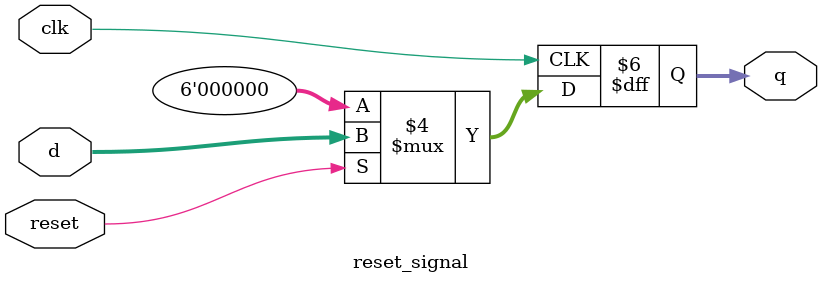
<source format=v>
`timescale 1ns / 1ps


module reset_signal(
    input clk,
    input reset,
    input [5:0] d,
    output reg [5:0] q
    ); 
    
    always@ (posedge clk) begin
        if(reset == 1'b0)
            q <= 6'd0;
        else
            q <= d;
        end
        
endmodule

</source>
